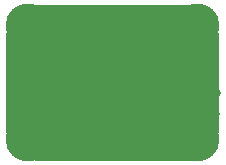
<source format=gbr>
%TF.GenerationSoftware,KiCad,Pcbnew,(5.1.6-0-10_14)*%
%TF.CreationDate,2020-06-15T14:29:28-04:00*%
%TF.ProjectId,preamp,70726561-6d70-42e6-9b69-6361645f7063,rev?*%
%TF.SameCoordinates,Original*%
%TF.FileFunction,Copper,L2,Bot*%
%TF.FilePolarity,Positive*%
%FSLAX46Y46*%
G04 Gerber Fmt 4.6, Leading zero omitted, Abs format (unit mm)*
G04 Created by KiCad (PCBNEW (5.1.6-0-10_14)) date 2020-06-15 14:29:28*
%MOMM*%
%LPD*%
G01*
G04 APERTURE LIST*
%TA.AperFunction,ViaPad*%
%ADD10C,3.810000*%
%TD*%
%TA.AperFunction,ViaPad*%
%ADD11C,0.800000*%
%TD*%
%TA.AperFunction,Conductor*%
%ADD12C,0.254000*%
%TD*%
G04 APERTURE END LIST*
D10*
%TO.N,GND*%
%TO.C,REF\u002A\u002A*%
X118973600Y-93573600D03*
%TD*%
%TO.N,GND*%
%TO.C,REF\u002A\u002A*%
X133273800Y-93573600D03*
%TD*%
%TO.N,GND*%
%TO.C,REF\u002A\u002A*%
X118973600Y-103098600D03*
%TD*%
%TO.N,GND*%
%TO.C,REF\u002A\u002A*%
X133273800Y-103098600D03*
%TD*%
D11*
%TO.N,GND*%
X128524000Y-92964000D03*
X129794000Y-92202000D03*
X130556000Y-93472000D03*
X123825000Y-99314000D03*
X121818400Y-104013000D03*
X121818400Y-101854000D03*
X119837200Y-96266000D03*
X134874000Y-99212400D03*
X128981200Y-104597200D03*
X134823200Y-100990400D03*
X122936000Y-100584000D03*
X126746000Y-100330000D03*
X131318000Y-95504000D03*
X127254000Y-92202000D03*
X125666500Y-92583000D03*
X124968000Y-93980000D03*
X123952000Y-92964000D03*
X121920000Y-92964000D03*
X122936000Y-93980000D03*
X123952000Y-94996000D03*
X121920000Y-94996000D03*
X132588000Y-96266000D03*
X122936000Y-96012000D03*
X126873000Y-93472000D03*
X124968000Y-96012000D03*
%TD*%
D12*
%TO.N,GND*%
G36*
X132414255Y-91965505D02*
G01*
X132117047Y-92164093D01*
X131864293Y-92416847D01*
X131665705Y-92714055D01*
X131528915Y-93044295D01*
X131459180Y-93394876D01*
X131459180Y-93752324D01*
X131528915Y-94102905D01*
X131665705Y-94433145D01*
X131864293Y-94730353D01*
X132117047Y-94983107D01*
X132414255Y-95181695D01*
X132744495Y-95318485D01*
X133095076Y-95388220D01*
X133452524Y-95388220D01*
X133803105Y-95318485D01*
X134133345Y-95181695D01*
X134430553Y-94983107D01*
X134683307Y-94730353D01*
X134881895Y-94433145D01*
X135001401Y-94144632D01*
X135001400Y-102527565D01*
X134881895Y-102239055D01*
X134683307Y-101941847D01*
X134430553Y-101689093D01*
X134133345Y-101490505D01*
X133803105Y-101353715D01*
X133452524Y-101283980D01*
X133095076Y-101283980D01*
X132744495Y-101353715D01*
X132414255Y-101490505D01*
X132117047Y-101689093D01*
X131864293Y-101941847D01*
X131665705Y-102239055D01*
X131528915Y-102569295D01*
X131459180Y-102919876D01*
X131459180Y-103277324D01*
X131528915Y-103627905D01*
X131665705Y-103958145D01*
X131864293Y-104255353D01*
X132117047Y-104508107D01*
X132414255Y-104706695D01*
X132702765Y-104826200D01*
X119544635Y-104826200D01*
X119833145Y-104706695D01*
X120130353Y-104508107D01*
X120383107Y-104255353D01*
X120581695Y-103958145D01*
X120718485Y-103627905D01*
X120788220Y-103277324D01*
X120788220Y-102919876D01*
X120718485Y-102569295D01*
X120581695Y-102239055D01*
X120383107Y-101941847D01*
X120130353Y-101689093D01*
X119833145Y-101490505D01*
X119502905Y-101353715D01*
X119152324Y-101283980D01*
X118794876Y-101283980D01*
X118444295Y-101353715D01*
X118114055Y-101490505D01*
X117816847Y-101689093D01*
X117564093Y-101941847D01*
X117365505Y-102239055D01*
X117246000Y-102527565D01*
X117246000Y-94144635D01*
X117365505Y-94433145D01*
X117564093Y-94730353D01*
X117816847Y-94983107D01*
X118114055Y-95181695D01*
X118444295Y-95318485D01*
X118794876Y-95388220D01*
X119152324Y-95388220D01*
X119502905Y-95318485D01*
X119833145Y-95181695D01*
X120130353Y-94983107D01*
X120383107Y-94730353D01*
X120581695Y-94433145D01*
X120718485Y-94102905D01*
X120788220Y-93752324D01*
X120788220Y-93394876D01*
X120718485Y-93044295D01*
X120581695Y-92714055D01*
X120383107Y-92416847D01*
X120130353Y-92164093D01*
X119833145Y-91965505D01*
X119544635Y-91846000D01*
X132702765Y-91846000D01*
X132414255Y-91965505D01*
G37*
X132414255Y-91965505D02*
X132117047Y-92164093D01*
X131864293Y-92416847D01*
X131665705Y-92714055D01*
X131528915Y-93044295D01*
X131459180Y-93394876D01*
X131459180Y-93752324D01*
X131528915Y-94102905D01*
X131665705Y-94433145D01*
X131864293Y-94730353D01*
X132117047Y-94983107D01*
X132414255Y-95181695D01*
X132744495Y-95318485D01*
X133095076Y-95388220D01*
X133452524Y-95388220D01*
X133803105Y-95318485D01*
X134133345Y-95181695D01*
X134430553Y-94983107D01*
X134683307Y-94730353D01*
X134881895Y-94433145D01*
X135001401Y-94144632D01*
X135001400Y-102527565D01*
X134881895Y-102239055D01*
X134683307Y-101941847D01*
X134430553Y-101689093D01*
X134133345Y-101490505D01*
X133803105Y-101353715D01*
X133452524Y-101283980D01*
X133095076Y-101283980D01*
X132744495Y-101353715D01*
X132414255Y-101490505D01*
X132117047Y-101689093D01*
X131864293Y-101941847D01*
X131665705Y-102239055D01*
X131528915Y-102569295D01*
X131459180Y-102919876D01*
X131459180Y-103277324D01*
X131528915Y-103627905D01*
X131665705Y-103958145D01*
X131864293Y-104255353D01*
X132117047Y-104508107D01*
X132414255Y-104706695D01*
X132702765Y-104826200D01*
X119544635Y-104826200D01*
X119833145Y-104706695D01*
X120130353Y-104508107D01*
X120383107Y-104255353D01*
X120581695Y-103958145D01*
X120718485Y-103627905D01*
X120788220Y-103277324D01*
X120788220Y-102919876D01*
X120718485Y-102569295D01*
X120581695Y-102239055D01*
X120383107Y-101941847D01*
X120130353Y-101689093D01*
X119833145Y-101490505D01*
X119502905Y-101353715D01*
X119152324Y-101283980D01*
X118794876Y-101283980D01*
X118444295Y-101353715D01*
X118114055Y-101490505D01*
X117816847Y-101689093D01*
X117564093Y-101941847D01*
X117365505Y-102239055D01*
X117246000Y-102527565D01*
X117246000Y-94144635D01*
X117365505Y-94433145D01*
X117564093Y-94730353D01*
X117816847Y-94983107D01*
X118114055Y-95181695D01*
X118444295Y-95318485D01*
X118794876Y-95388220D01*
X119152324Y-95388220D01*
X119502905Y-95318485D01*
X119833145Y-95181695D01*
X120130353Y-94983107D01*
X120383107Y-94730353D01*
X120581695Y-94433145D01*
X120718485Y-94102905D01*
X120788220Y-93752324D01*
X120788220Y-93394876D01*
X120718485Y-93044295D01*
X120581695Y-92714055D01*
X120383107Y-92416847D01*
X120130353Y-92164093D01*
X119833145Y-91965505D01*
X119544635Y-91846000D01*
X132702765Y-91846000D01*
X132414255Y-91965505D01*
G36*
X133406518Y-102661087D02*
G01*
X133489323Y-102695386D01*
X133563845Y-102745180D01*
X133627220Y-102808555D01*
X133677014Y-102883077D01*
X133711313Y-102965882D01*
X133728798Y-103053787D01*
X133728798Y-103143413D01*
X133711313Y-103231318D01*
X133677014Y-103314123D01*
X133627220Y-103388645D01*
X133563845Y-103452020D01*
X133489323Y-103501814D01*
X133406518Y-103536113D01*
X133318613Y-103553598D01*
X133228987Y-103553598D01*
X133141082Y-103536113D01*
X133058277Y-103501814D01*
X132983755Y-103452020D01*
X132920380Y-103388645D01*
X132870586Y-103314123D01*
X132836287Y-103231318D01*
X132818802Y-103143413D01*
X132818802Y-103053787D01*
X132836287Y-102965882D01*
X132870586Y-102883077D01*
X132920380Y-102808555D01*
X132983755Y-102745180D01*
X133058277Y-102695386D01*
X133141082Y-102661087D01*
X133228987Y-102643602D01*
X133318613Y-102643602D01*
X133406518Y-102661087D01*
G37*
X133406518Y-102661087D02*
X133489323Y-102695386D01*
X133563845Y-102745180D01*
X133627220Y-102808555D01*
X133677014Y-102883077D01*
X133711313Y-102965882D01*
X133728798Y-103053787D01*
X133728798Y-103143413D01*
X133711313Y-103231318D01*
X133677014Y-103314123D01*
X133627220Y-103388645D01*
X133563845Y-103452020D01*
X133489323Y-103501814D01*
X133406518Y-103536113D01*
X133318613Y-103553598D01*
X133228987Y-103553598D01*
X133141082Y-103536113D01*
X133058277Y-103501814D01*
X132983755Y-103452020D01*
X132920380Y-103388645D01*
X132870586Y-103314123D01*
X132836287Y-103231318D01*
X132818802Y-103143413D01*
X132818802Y-103053787D01*
X132836287Y-102965882D01*
X132870586Y-102883077D01*
X132920380Y-102808555D01*
X132983755Y-102745180D01*
X133058277Y-102695386D01*
X133141082Y-102661087D01*
X133228987Y-102643602D01*
X133318613Y-102643602D01*
X133406518Y-102661087D01*
G36*
X119106318Y-102661087D02*
G01*
X119189123Y-102695386D01*
X119263645Y-102745180D01*
X119327020Y-102808555D01*
X119376814Y-102883077D01*
X119411113Y-102965882D01*
X119428598Y-103053787D01*
X119428598Y-103143413D01*
X119411113Y-103231318D01*
X119376814Y-103314123D01*
X119327020Y-103388645D01*
X119263645Y-103452020D01*
X119189123Y-103501814D01*
X119106318Y-103536113D01*
X119018413Y-103553598D01*
X118928787Y-103553598D01*
X118840882Y-103536113D01*
X118758077Y-103501814D01*
X118683555Y-103452020D01*
X118620180Y-103388645D01*
X118570386Y-103314123D01*
X118536087Y-103231318D01*
X118518602Y-103143413D01*
X118518602Y-103053787D01*
X118536087Y-102965882D01*
X118570386Y-102883077D01*
X118620180Y-102808555D01*
X118683555Y-102745180D01*
X118758077Y-102695386D01*
X118840882Y-102661087D01*
X118928787Y-102643602D01*
X119018413Y-102643602D01*
X119106318Y-102661087D01*
G37*
X119106318Y-102661087D02*
X119189123Y-102695386D01*
X119263645Y-102745180D01*
X119327020Y-102808555D01*
X119376814Y-102883077D01*
X119411113Y-102965882D01*
X119428598Y-103053787D01*
X119428598Y-103143413D01*
X119411113Y-103231318D01*
X119376814Y-103314123D01*
X119327020Y-103388645D01*
X119263645Y-103452020D01*
X119189123Y-103501814D01*
X119106318Y-103536113D01*
X119018413Y-103553598D01*
X118928787Y-103553598D01*
X118840882Y-103536113D01*
X118758077Y-103501814D01*
X118683555Y-103452020D01*
X118620180Y-103388645D01*
X118570386Y-103314123D01*
X118536087Y-103231318D01*
X118518602Y-103143413D01*
X118518602Y-103053787D01*
X118536087Y-102965882D01*
X118570386Y-102883077D01*
X118620180Y-102808555D01*
X118683555Y-102745180D01*
X118758077Y-102695386D01*
X118840882Y-102661087D01*
X118928787Y-102643602D01*
X119018413Y-102643602D01*
X119106318Y-102661087D01*
G36*
X119106318Y-93136087D02*
G01*
X119189123Y-93170386D01*
X119263645Y-93220180D01*
X119327020Y-93283555D01*
X119376814Y-93358077D01*
X119411113Y-93440882D01*
X119428598Y-93528787D01*
X119428598Y-93618413D01*
X119411113Y-93706318D01*
X119376814Y-93789123D01*
X119327020Y-93863645D01*
X119263645Y-93927020D01*
X119189123Y-93976814D01*
X119106318Y-94011113D01*
X119018413Y-94028598D01*
X118928787Y-94028598D01*
X118840882Y-94011113D01*
X118758077Y-93976814D01*
X118683555Y-93927020D01*
X118620180Y-93863645D01*
X118570386Y-93789123D01*
X118536087Y-93706318D01*
X118518602Y-93618413D01*
X118518602Y-93528787D01*
X118536087Y-93440882D01*
X118570386Y-93358077D01*
X118620180Y-93283555D01*
X118683555Y-93220180D01*
X118758077Y-93170386D01*
X118840882Y-93136087D01*
X118928787Y-93118602D01*
X119018413Y-93118602D01*
X119106318Y-93136087D01*
G37*
X119106318Y-93136087D02*
X119189123Y-93170386D01*
X119263645Y-93220180D01*
X119327020Y-93283555D01*
X119376814Y-93358077D01*
X119411113Y-93440882D01*
X119428598Y-93528787D01*
X119428598Y-93618413D01*
X119411113Y-93706318D01*
X119376814Y-93789123D01*
X119327020Y-93863645D01*
X119263645Y-93927020D01*
X119189123Y-93976814D01*
X119106318Y-94011113D01*
X119018413Y-94028598D01*
X118928787Y-94028598D01*
X118840882Y-94011113D01*
X118758077Y-93976814D01*
X118683555Y-93927020D01*
X118620180Y-93863645D01*
X118570386Y-93789123D01*
X118536087Y-93706318D01*
X118518602Y-93618413D01*
X118518602Y-93528787D01*
X118536087Y-93440882D01*
X118570386Y-93358077D01*
X118620180Y-93283555D01*
X118683555Y-93220180D01*
X118758077Y-93170386D01*
X118840882Y-93136087D01*
X118928787Y-93118602D01*
X119018413Y-93118602D01*
X119106318Y-93136087D01*
G36*
X133406518Y-93136087D02*
G01*
X133489323Y-93170386D01*
X133563845Y-93220180D01*
X133627220Y-93283555D01*
X133677014Y-93358077D01*
X133711313Y-93440882D01*
X133728798Y-93528787D01*
X133728798Y-93618413D01*
X133711313Y-93706318D01*
X133677014Y-93789123D01*
X133627220Y-93863645D01*
X133563845Y-93927020D01*
X133489323Y-93976814D01*
X133406518Y-94011113D01*
X133318613Y-94028598D01*
X133228987Y-94028598D01*
X133141082Y-94011113D01*
X133058277Y-93976814D01*
X132983755Y-93927020D01*
X132920380Y-93863645D01*
X132870586Y-93789123D01*
X132836287Y-93706318D01*
X132818802Y-93618413D01*
X132818802Y-93528787D01*
X132836287Y-93440882D01*
X132870586Y-93358077D01*
X132920380Y-93283555D01*
X132983755Y-93220180D01*
X133058277Y-93170386D01*
X133141082Y-93136087D01*
X133228987Y-93118602D01*
X133318613Y-93118602D01*
X133406518Y-93136087D01*
G37*
X133406518Y-93136087D02*
X133489323Y-93170386D01*
X133563845Y-93220180D01*
X133627220Y-93283555D01*
X133677014Y-93358077D01*
X133711313Y-93440882D01*
X133728798Y-93528787D01*
X133728798Y-93618413D01*
X133711313Y-93706318D01*
X133677014Y-93789123D01*
X133627220Y-93863645D01*
X133563845Y-93927020D01*
X133489323Y-93976814D01*
X133406518Y-94011113D01*
X133318613Y-94028598D01*
X133228987Y-94028598D01*
X133141082Y-94011113D01*
X133058277Y-93976814D01*
X132983755Y-93927020D01*
X132920380Y-93863645D01*
X132870586Y-93789123D01*
X132836287Y-93706318D01*
X132818802Y-93618413D01*
X132818802Y-93528787D01*
X132836287Y-93440882D01*
X132870586Y-93358077D01*
X132920380Y-93283555D01*
X132983755Y-93220180D01*
X133058277Y-93170386D01*
X133141082Y-93136087D01*
X133228987Y-93118602D01*
X133318613Y-93118602D01*
X133406518Y-93136087D01*
%TD*%
M02*

</source>
